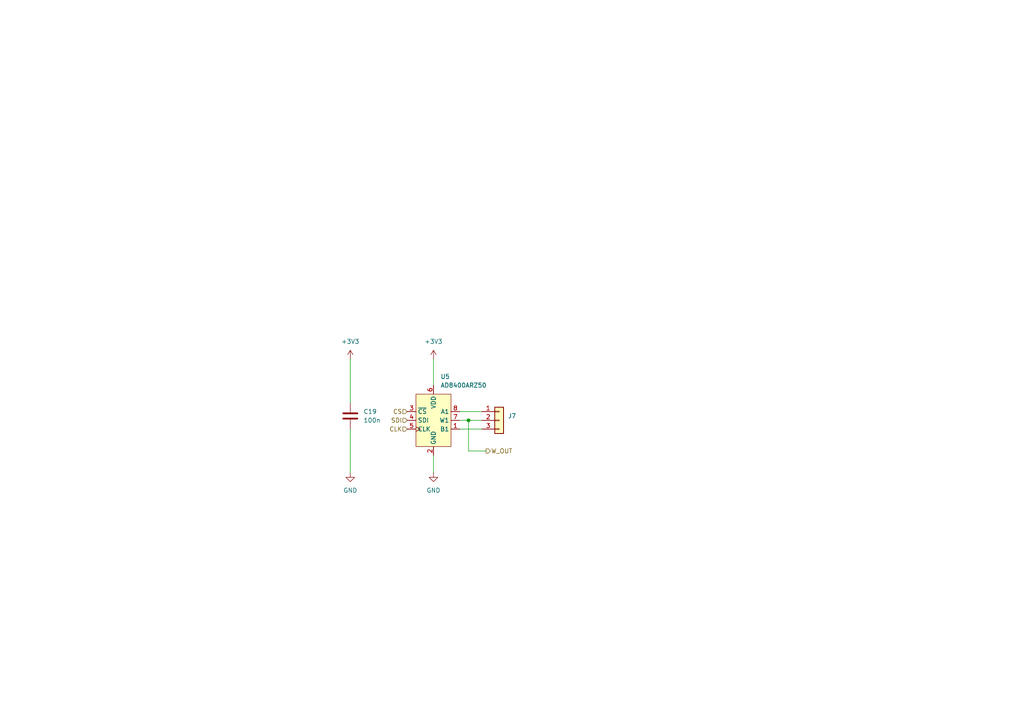
<source format=kicad_sch>
(kicad_sch (version 20211123) (generator eeschema)
  (paper "A4")
  (lib_symbols
    (symbol "Connector_Generic:Conn_01x03" (pin_names (offset 1.016) hide)
      (property "Reference" "J" (at 0 5.08 0))
      (property "Value" "Conn_01x03" (at 0 -5.08 0))
      (symbol "Conn_01x03_1_1"
        (rectangle (start -1.27 -2.413) (end 0 -2.667) (stroke (width 0.1524)))
        (rectangle (start -1.27 0.127) (end 0 -0.127) (stroke (width 0.1524)))
        (rectangle (start -1.27 2.667) (end 0 2.413) (stroke (width 0.1524)))
        (rectangle (start -1.27 3.81) (end 1.27 -3.81) (stroke (width 0.254)) (fill (type background)))
        (pin passive line (at -5.08 2.54 0) (length 3.81) (name "Pin_1") (number "1"))
        (pin passive line (at -5.08 0 0) (length 3.81) (name "Pin_2") (number "2"))
        (pin passive line (at -5.08 -2.54 0) (length 3.81) (name "Pin_3") (number "3"))
      )
    )
    (symbol "Device:C" (pin_numbers hide) (pin_names (offset 0.254))
      (property "Reference" "C" (at 0.635 2.54 0))
      (property "Value" "C" (at 0.635 -2.54 0))
      (symbol "C_0_1"
        (polyline (pts (xy -2.032 -0.762) (xy 2.032 -0.762)) (stroke (width 0.508)))
        (polyline (pts (xy -2.032 0.762) (xy 2.032 0.762)) (stroke (width 0.508)))
      )
      (symbol "C_1_1"
        (pin passive line (at 0 3.81 270) (length 2.794) (name "~") (number "1"))
        (pin passive line (at 0 -3.81 90) (length 2.794) (name "~") (number "2"))
      )
    )
    (symbol "power:+3V3" (power) (pin_names (offset 0))
      (property "Value" "+3V3" (at 0 3.556 0))
      (symbol "+3V3_0_1"
        (polyline (pts (xy -0.762 1.27) (xy 0 2.54)))
        (polyline (pts (xy 0 0) (xy 0 2.54)))
        (polyline (pts (xy 0 2.54) (xy 0.762 1.27)))
      )
      (symbol "+3V3_1_1"
        (pin power_in line (at 0 0 90) (length 0) hide (name "+3V3") (number "1"))
      )
    )
    (symbol "power:GND" (power) (pin_names (offset 0))
      (property "Value" "GND" (at 0 -3.81 0))
      (symbol "GND_0_1"
        (polyline (pts (xy 0 0) (xy 0 -1.27) (xy 1.27 -1.27) (xy 0 -2.54) (xy -1.27 -1.27) (xy 0 -1.27)))
      )
      (symbol "GND_1_1"
        (pin power_in line (at 0 0 270) (length 0) hide (name "GND") (number "1"))
      )
    )
    (symbol "symbols:AD8400ARZ50"
      (property "Reference" "U" (at 7.62 -7.62 0))
      (property "Value" "AD8400ARZ50" (at 5.08 10.16 0))
      (symbol "AD8400ARZ50_0_1"
        (rectangle (start -5.08 7.62) (end 5.08 -7.62) (stroke (width 0.1524)) (fill (type background)))
      )
      (symbol "AD8400ARZ50_1_1"
        (pin passive line (at 7.62 -2.54 180) (length 2.54) (name "B1") (number "1"))
        (pin power_in line (at 0 -10.16 90) (length 2.54) (name "GND") (number "2"))
        (pin input line (at -7.62 2.54 0) (length 2.54) (name "~{CS}") (number "3"))
        (pin input line (at -7.62 0 0) (length 2.54) (name "SDI") (number "4"))
        (pin input clock (at -7.62 -2.54 0) (length 2.54) (name "CLK") (number "5"))
        (pin power_in line (at 0 10.16 270) (length 2.54) (name "VDD") (number "6"))
        (pin passive line (at 7.62 0 180) (length 2.54) (name "W1") (number "7"))
        (pin passive line (at 7.62 2.54 180) (length 2.54) (name "A1") (number "8"))
      )
    )
  )
  (junction (at 135.89 121.92))
  (wire (pts (xy 135.89 121.92) (xy 139.7 121.92)))
  (wire (pts (xy 101.6 104.14) (xy 101.6 116.84)))
  (wire (pts (xy 135.89 130.81) (xy 140.97 130.81)))
  (wire (pts (xy 125.73 104.14) (xy 125.73 111.76)))
  (wire (pts (xy 101.6 124.46) (xy 101.6 137.16)))
  (wire (pts (xy 125.73 132.08) (xy 125.73 137.16)))
  (wire (pts (xy 133.35 121.92) (xy 135.89 121.92)))
  (wire (pts (xy 133.35 119.38) (xy 139.7 119.38)))
  (wire (pts (xy 135.89 121.92) (xy 135.89 130.81)))
  (wire (pts (xy 133.35 124.46) (xy 139.7 124.46)))
  (hierarchical_label "CS" (shape input) (at 118.11 119.38 180))
  (hierarchical_label "CLK" (shape input) (at 118.11 124.46 180))
  (hierarchical_label "SDI" (shape input) (at 118.11 121.92 180))
  (hierarchical_label "W_OUT" (shape output) (at 140.97 130.81 0))
  (symbol (lib_id "power:GND") (at 125.73 137.16 0) (unit 1)
    (property "Reference" "#PWR061" (effects hide))
    (property "Value" "GND" (at 125.73 142.24 0))
  )
  (symbol (lib_id "Connector_Generic:Conn_01x03") (at 144.78 121.92 0) (unit 1)
    (property "Reference" "J7" (at 147.32 120.6499 0) (effects (justify left)))
    (property "Value" "Conn_01x03" (effects hide))
    (property "Footprint" "Connector_PinHeader_2.54mm:PinHeader_1x03_P2.54mm_Vertical" (effects hide))
  )
  (symbol (lib_id "power:GND") (at 101.6 137.16 0) (unit 1)
    (property "Reference" "#PWR059" (effects hide))
    (property "Value" "GND" (at 101.6 142.24 0))
  )
  (symbol (lib_id "Device:C") (at 101.6 120.65 0) (unit 1)
    (property "Reference" "C19" (at 105.41 119.3799 0) (effects (justify left)))
    (property "Value" "100n" (at 105.41 121.9199 0) (effects (justify left)))
    (property "Footprint" "Capacitor_SMD:C_0603_1608Metric" (effects hide))
  )
  (symbol (lib_id "power:+3V3") (at 101.6 104.14 0) (unit 1)
    (property "Reference" "#PWR058" (effects hide))
    (property "Value" "+3V3" (at 101.6 99.06 0))
  )
  (symbol (lib_id "power:+3V3") (at 125.73 104.14 0) (unit 1)
    (property "Reference" "#PWR060" (effects hide))
    (property "Value" "+3V3" (at 125.73 99.06 0))
  )
  (symbol (lib_id "symbols:AD8400ARZ50") (at 125.73 121.92 0) (unit 1)
    (property "Reference" "U5" (at 127.7494 109.22 0) (effects (justify left)))
    (property "Value" "AD8400ARZ50" (at 127.7494 111.76 0) (effects (justify left)))
    (property "Footprint" "Package_SO:SOP-8_3.9x4.9mm_P1.27mm" (effects hide))
  )
)
</source>
